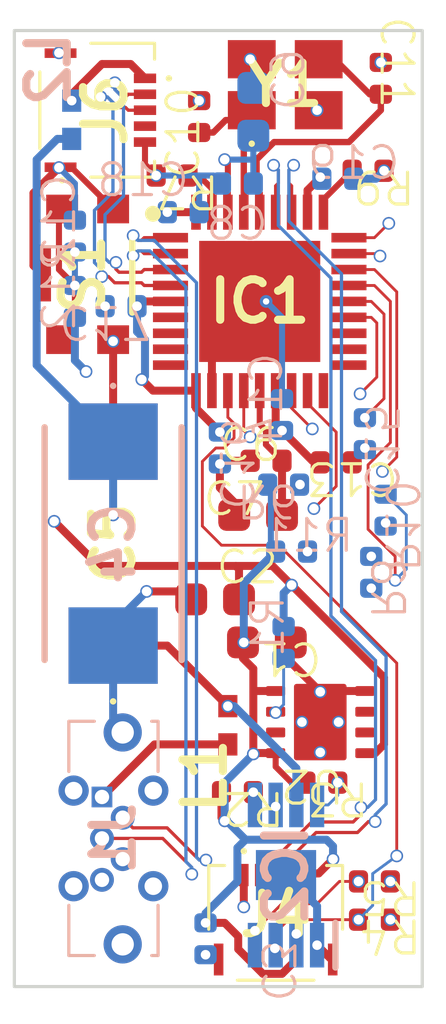
<source format=kicad_pcb>
(kicad_pcb (version 20221018) (generator pcbnew)
  (layers (0 "F.Cu" signal) (1 "In1.Cu" signal) (2 "In2.Cu" signal) (31 "B.Cu" signal) (34 "B.Paste" user) (35 "F.Paste" user) (36 "B.SilkS" user "B.Silkscreen") (37 "F.SilkS" user "F.Silkscreen") (38 "B.Mask" user) (39 "F.Mask" user) (44 "Edge.Cuts" user))
  (net 0 "")
  (net 1 "GND")
  (net 2 "VBUS")
  (net 3 "+3V3")
  (net 4 "/VBUS_OUT2")
  (net 5 "/VBUS_OUT1")
  (net 6 "Net-(IC1-CRFILT)")
  (net 7 "Net-(IC1-PLLFILT)")
  (net 8 "/XTAL_1")
  (net 9 "/XTAL_2")
  (net 10 "/~{HUB_RESET}")
  (net 11 "/VDD33")
  (net 12 "/VDDA33")
  (net 17 "/PRTPWR1")
  (net 18 "/~{FLT1}")
  (net 19 "/PRTPWR2")
  (net 20 "/~{FLT2}")
  (net 25 "Net-(IC1-SDA{slash}SMBDATA{slash}NON_REM1)")
  (net 26 "Net-(IC1-SCL{slash}SMBCLK{slash}CFG_SEL0)")
  (net 27 "Net-(IC1-HS_IND{slash}CFG_SEL1)")
  (net 28 "Net-(IC1-VBUS_DET)")
  (net 29 "Net-(IC1-SUSP_IND{slash}LOCAL_PWR{slash}NON_REM0)")
  (net 30 "/UP_DP")
  (net 31 "Net-(IC1-RBIAS)")
  (net 32 "Net-(U2-PG)")
  (net 37 "Net-(J1-VBUS)")
  (net 38 "Net-(J6-Pad1)")
  (net 40 "/USB1_DN")
  (net 41 "/USB1_DP")
  (net 42 "/USB2_DN")
  (net 43 "/USB2_DP")
  (net 44 "/UP_DN")
  (footprint "the_backrooms:0603_cap" (layer "F.Cu") (at 56.275 63.2 180)
    (fp_text reference "C1")
    (fp_text value "1uF")
  )
  (footprint "the_backrooms:0402_cap" (layer "F.Cu") (at 55 57.5)
    (fp_text reference "C6")
    (fp_text value "0.01uF")
  )
  (footprint "the_backrooms:0402_res" (layer "F.Cu") (at 59.4 71.9 180)
    (fp_text reference "R4")
    (fp_text value "10k")
  )
  (footprint "the_backrooms:0402_cap" (layer "F.Cu") (at 58.2 57.55 180)
    (fp_text reference "C13")
    (fp_text value "4.7uF")
  )
  (footprint "SamacSys_Parts:FL2400022" (layer "F.Cu") (at 56.1 45.7)
    (fp_text reference "Y1")
    (fp_text value "FL2400022" hide)
  )
  (footprint "SamacSys_Parts:0402" (layer "F.Cu") (at 54.3 65.8 90)
    (fp_text reference "L1")
    (fp_text value "7427927310" hide)
  )
  (footprint "the_backrooms:0402_res" (layer "F.Cu") (at 57.75 67.6 180)
    (fp_text reference "R3")
    (fp_text value "10k")
  )
  (footprint "the_backrooms:0402_res" (layer "F.Cu") (at 59.4 70.7 180)
    (fp_text reference "R5")
    (fp_text value "10k")
  )
  (footprint "the_backrooms:0402_res" (layer "F.Cu") (at 55.1 67.9 180)
    (fp_text reference "R2")
    (fp_text value "10k")
  )
  (footprint "SamacSys_Parts:QFN50P600X600X100-37N-D" (layer "F.Cu") (at 55.3 52.5)
    (fp_text reference "IC1")
    (fp_text value "USB2512B_M2" hide)
  )
  (footprint "the_backrooms:TPS74633PQWDRBRQ1" (layer "F.Cu") (at 57.2 65.7 180)
    (fp_text reference "U2")
    (fp_text value "~")
  )
  (footprint "SamacSys_Parts:5034800540" (layer "F.Cu") (at 50.2 46.5 -90)
    (fp_text reference "J6")
    (fp_text value "503480-0540" hide)
  )
  (footprint "the_backrooms:0603_cap" (layer "F.Cu") (at 53.15 61.85)
    (fp_text reference "C2")
    (fp_text value "1uF")
  )
  (footprint "SamacSys_Parts:5034800540" (layer "F.Cu") (at 55.8 72)
    (fp_text reference "J4")
    (fp_text value "503480-0540" hide)
  )
  (footprint "the_backrooms:0402_cap" (layer "F.Cu") (at 59.1 45 -90)
    (fp_text reference "C11")
    (fp_text value "15pF")
  )
  (footprint "the_backrooms:0402_res" (layer "F.Cu") (at 59.2 48.4 180)
    (fp_text reference "R9")
    (fp_text value "100k")
  )
  (footprint "the_backrooms:0402_res" (layer "F.Cu") (at 53.05 48.55 180)
    (fp_text reference "R7")
    (fp_text value "12k")
  )
  (footprint "the_backrooms:0603_cap" (layer "F.Cu") (at 54.5 59.2)
    (fp_text reference "C7")
    (fp_text value "0.1uF")
  )
  (footprint "SamacSys_Parts:435441019830" (layer "F.Cu") (at 49.9 51.65 90)
    (fp_text reference "S1")
    (fp_text value "435441019830" hide)
  )
  (footprint "SamacSys_Parts:EEFKX0G181RF" (layer "F.Cu") (at 50.7 60.1 -90)
    (fp_text reference "C5")
    (fp_text value "EEF-KX0J151RF" hide)
  )
  (footprint "the_backrooms:0402_cap" (layer "F.Cu") (at 53.4 47.2 90)
    (fp_text reference "C10")
    (fp_text value "15pF")
  )
  (footprint "the_backrooms:0402_cap" (layer "B.Cu") (at 49.5 49.95 -90)
    (fp_text reference "C12")
    (fp_text value "0.1uF")
  )
  (footprint "the_backrooms:0402_res" (layer "B.Cu") (at 56.05 62.7 -90)
    (fp_text reference "R1")
    (fp_text value "10k")
  )
  (footprint "the_backrooms:0402_cap" (layer "B.Cu") (at 58.25 48.65 180)
    (fp_text reference "C19")
    (fp_text value "0.1uF")
  )
  (footprint "SamacSys_Parts:SOP65P490X110-9N" (layer "B.Cu") (at 56.125 70.5 90)
    (fp_text reference "IC2")
    (fp_text value "TPS2066CDGNR-2" hide)
  )
  (footprint "SamacSys_Parts:USB315030130A" (layer "B.Cu") (at 50.35 68.05 -90)
    (fp_text reference "J1")
    (fp_text value "USB3150-30-130-A" hide)
  )
  (footprint "the_backrooms:0402_cap" (layer "B.Cu") (at 54.05 57.6 90)
    (fp_text reference "C16")
    (fp_text value "0.1uF")
  )
  (footprint "the_backrooms:0402_res" (layer "B.Cu") (at 56.8 60.35 180)
    (fp_text reference "R11")
    (fp_text value "10k")
  )
  (footprint "the_backrooms:0603_cap" (layer "B.Cu") (at 55.1 47.3 90)
    (fp_text reference "C9")
    (fp_text value "0.1uF")
  )
  (footprint "the_backrooms:0402_cap" (layer "B.Cu") (at 55.1 48.8 180)
    (fp_text reference "C8")
    (fp_text value "0.01uF")
  )
  (footprint "the_backrooms:0402_cap" (layer "B.Cu") (at 50.45 52.65)
    (fp_text reference "C17")
    (fp_text value "0.1uF")
  )
  (footprint "the_backrooms:0402_res" (layer "B.Cu") (at 49.5 52 -90)
    (fp_text reference "R12")
    (fp_text value "100k")
  )
  (footprint "the_backrooms:0402_res" (layer "B.Cu") (at 59.25 59.55 90)
    (fp_text reference "R10")
    (fp_text value "100k")
  )
  (footprint "the_backrooms:0402_cap" (layer "B.Cu") (at 53.4 49.7 180)
    (fp_text reference "C18")
    (fp_text value "0.1uF")
  )
  (footprint "SamacSys_Parts:EEFKX0G181RF" (layer "B.Cu") (at 50.7 60.1 90)
    (fp_text reference "C4")
    (fp_text value "EEF-KX0J151RF" hide)
  )
  (footprint "the_backrooms:0402_res" (layer "B.Cu") (at 58.8 61.5 90)
    (fp_text reference "R8")
    (fp_text value "100k")
  )
  (footprint "SamacSys_Parts:0402" (layer "B.Cu") (at 49.4 46.8 -90)
    (fp_text reference "L2")
    (fp_text value "7427927310" hide)
  )
  (footprint "the_backrooms:0402_cap" (layer "B.Cu") (at 53.6 73 90)
    (fp_text reference "C3")
    (fp_text value "0.1uF")
  )
  (footprint "the_backrooms:0402_cap" (layer "B.Cu") (at 56 55.55 -90)
    (fp_text reference "C14")
    (fp_text value "0.1uF")
  )
  (footprint "the_backrooms:0402_cap" (layer "B.Cu") (at 58.6 57.15 90)
    (fp_text reference "C15")
    (fp_text value "0.1uF")
  )
  (footprint "the_backrooms:0402_res" (layer "B.Cu") (at 55.55 58.25)
    (fp_text reference "R6")
    (fp_text value "5k")
  )
  (gr_rect (start 47.6 44) (end 60.4 74) (stroke (width 0.1)) (fill none) (layer "Edge.Cuts"))
  (segment (start 51.7 48.2) (end 52.05 48.55) (width 0.189992) (layer "F.Cu") (net 1))
  (segment (start 49.39 48.29) (end 49.05 48.29) (width 0.189992) (layer "F.Cu") (net 1))
  (segment (start 56.275 63.825) (end 57.2 64.75) (width 0.25) (layer "F.Cu") (net 1))
  (segment (start 54.5 58.8) (end 54.05 58.35) (width 0.25) (layer "F.Cu") (net 1))
  (segment (start 52.9 61.6) (end 53.15 61.85) (width 0.25) (layer "F.Cu") (net 1))
  (segment (start 55.5 52.5) (end 55.3 52.5) (width 0.25) (layer "F.Cu") (net 1))
  (segment (start 53.8 54) (end 55.5 52.5) (width 0.25) (layer "F.Cu") (net 1))
  (segment (start 53.91 73) (end 54.01 73.1) (width 0.25) (layer "F.Cu") (net 1))
  (segment (start 50.7 56.9) (end 50.7 53.7) (width 0.25) (layer "F.Cu") (net 1))
  (segment (start 50.7 49.6) (end 49.39 48.29) (width 0.189992) (layer "F.Cu") (net 1))
  (segment (start 55 57.5) (end 54.15 57.5) (width 0.25) (layer "F.Cu") (net 1))
  (segment (start 53.8 55.3) (end 53.8 54) (width 0.25) (layer "F.Cu") (net 1))
  (segment (start 54.5 59.2) (end 54.5 58.8) (width 0.25) (layer "F.Cu") (net 1))
  (segment (start 51.7 47.5) (end 51.7 48.2) (width 0.189992) (layer "F.Cu") (net 1))
  (segment (start 53.6 73) (end 53.91 73) (width 0.25) (layer "F.Cu") (net 1))
  (segment (start 48.2 49.1) (end 49 48.3) (width 0.25) (layer "F.Cu") (net 1))
  (segment (start 54.15 57.5) (end 54.05 57.6) (width 0.25) (layer "F.Cu") (net 1))
  (segment (start 57.225 64.725) (end 57.2 64.75) (width 0.25) (layer "F.Cu") (net 1))
  (segment (start 58.6 64.725) (end 57.225 64.725) (width 0.25) (layer "F.Cu") (net 1))
  (segment (start 48.475 51.65) (end 48.2 51.375) (width 0.25) (layer "F.Cu") (net 1))
  (segment (start 48.2 51.375) (end 48.2 49.1) (width 0.25) (layer "F.Cu") (net 1))
  (segment (start 56.275 63.2) (end 56.275 63.825) (width 0.25) (layer "F.Cu") (net 1))
  (segment (start 54.05 58.35) (end 54.05 57.6) (width 0.25) (layer "F.Cu") (net 1))
  (segment (start 54.8 70.45) (end 54.8 71.5) (width 0.25) (layer "F.Cu") (net 1))
  (segment (start 51.75 61.6) (end 52.9 61.6) (width 0.25) (layer "F.Cu") (net 1))
  (segment (start 57.59 73.1) (end 57.5 73.1) (width 0.25) (layer "F.Cu") (net 1))
  (segment (start 57.5 73.1) (end 57.1 72.7) (width 0.25) (layer "F.Cu") (net 1))
  (via (at 51.75 61.6) (size 0.4) (drill 0.3) (layers "F.Cu" "B.Cu") (net 1))
  (via (at 58.8 61.5) (size 0.4) (drill 0.3) (layers "F.Cu" "B.Cu") (net 1))
  (via (at 55.5 52.5) (size 0.4) (drill 0.2) (layers "F.Cu" "B.Cu") (net 1))
  (via (at 54.05 57.6) (size 0.4) (drill 0.3) (layers "F.Cu" "B.Cu") (net 1))
  (via (at 50.45 52.65) (size 0.4) (drill 0.3) (layers "F.Cu" "B.Cu") (net 1))
  (via (at 59.4 70.7) (size 0.4) (drill 0.3) (layers "F.Cu" "B.Cu") (net 1))
  (via (at 57.1 46.5) (size 0.4) (drill 0.3) (layers "F.Cu" "B.Cu") (net 1))
  (via (at 53.6 73) (size 0.4) (drill 0.3) (layers "F.Cu" "B.Cu") (net 1))
  (via (at 50.7 53.75) (size 0.4) (drill 0.3) (layers "F.Cu" "B.Cu") (net 1))
  (via (at 52.05 48.55) (size 0.4) (drill 0.3) (layers "F.Cu" "B.Cu") (net 1))
  (via (at 59.4 71.9) (size 0.4) (drill 0.3) (layers "F.Cu" "B.Cu") (net 1))
  (via (at 55 44.9) (size 0.4) (drill 0.3) (layers "F.Cu" "B.Cu") (net 1))
  (via (at 53.4 46.2) (size 0.4) (drill 0.3) (layers "F.Cu" "B.Cu") (net 1))
  (via (at 58.6 57.1) (size 0.4) (drill 0.3) (layers "F.Cu" "B.Cu") (net 1))
  (via (at 49 48.3) (size 0.4) (drill 0.3) (layers "F.Cu" "B.Cu") (net 1))
  (via (at 54.8 71.5) (size 0.4) (drill 0.3) (layers "F.Cu" "B.Cu") (net 1))
  (via (at 59.25 59.45) (size 0.4) (drill 0.3) (layers "F.Cu" "B.Cu") (net 1))
  (via (at 57.1 72.7) (size 0.4) (drill 0.3) (layers "F.Cu" "B.Cu") (net 1))
  (via (at 49 44.7) (size 0.4) (drill 0.3) (layers "F.Cu" "B.Cu") (net 1))
  (via (at 59.1 45) (size 0.4) (drill 0.3) (layers "F.Cu" "B.Cu") (net 1))
  (via (at 59.2 48.4) (size 0.4) (drill 0.3) (layers "F.Cu" "B.Cu") (net 1))
  (segment (start 56 53) (end 55.5 52.5) (width 0.189992) (layer "B.Cu") (net 1))
  (segment (start 50.7 63.3) (end 50.7 65.725) (width 0.25) (layer "B.Cu") (net 1))
  (segment (start 52.05 48.55) (end 53.4 48.55) (width 0.189992) (layer "B.Cu") (net 1))
  (segment (start 58.25 48.65) (end 58.95 48.65) (width 0.25) (layer "B.Cu") (net 1))
  (segment (start 56.125 70.5) (end 57.1 71.475) (width 0.25) (layer "B.Cu") (net 1))
  (segment (start 53.4 48.55) (end 53.4 49.7) (width 0.189992) (layer "B.Cu") (net 1))
  (segment (start 58.95 48.65) (end 59.2 48.4) (width 0.25) (layer "B.Cu") (net 1))
  (segment (start 49.5 49.95) (end 49.5 48.8) (width 0.189992) (layer "B.Cu") (net 1))
  (segment (start 50.7 62.65) (end 51.75 61.6) (width 0.25) (layer "B.Cu") (net 1))
  (segment (start 55.1 45) (end 55 44.9) (width 0.189992) (layer "B.Cu") (net 1))
  (segment (start 50.7 63.3) (end 50.7 62.65) (width 0.25) (layer "B.Cu") (net 1))
  (segment (start 55.1 45.8) (end 55.1 45) (width 0.189992) (layer "B.Cu") (net 1))
  (segment (start 50.7 65.725) (end 51 66.025) (width 0.25) (layer "B.Cu") (net 1))
  (segment (start 56 55.55) (end 56 53) (width 0.189992) (layer "B.Cu") (net 1))
  (segment (start 53.4 48.55) (end 53.85 48.55) (width 0.189992) (layer "B.Cu") (net 1))
  (segment (start 53.85 48.55) (end 54.1 48.8) (width 0.189992) (layer "B.Cu") (net 1))
  (segment (start 57.1 71.475) (end 57.1 72.7) (width 0.25) (layer "B.Cu") (net 1))
  (segment (start 49.5 48.8) (end 49 48.3) (width 0.189992) (layer "B.Cu") (net 1))
  (segment (start 55.4 73.6) (end 54.625744 72.825744) (width 0.25) (layer "F.Cu") (net 2))
  (segment (start 55.1 64.75) (end 55.1 64.025) (width 0.25) (layer "F.Cu") (net 2))
  (segment (start 54.1 67.9) (end 54.1 68.7) (width 0.25) (layer "F.Cu") (net 2))
  (segment (start 55.8 66.675) (end 55.8 67.1) (width 0.189992) (layer "F.Cu") (net 2))
  (segment (start 55.12851 66.67149) (end 55.79649 66.67149) (width 0.25) (layer "F.Cu") (net 2))
  (segment (start 54.775 63.7) (end 55.0875 64.0125) (width 0.25) (layer "F.Cu") (net 2))
  (segment (start 57.15 70.45) (end 57.6 70) (width 0.25) (layer "F.Cu") (net 2))
  (segment (start 56.448538 72.34445) (end 56.448538 73.151462) (width 0.25) (layer "F.Cu") (net 2))
  (segment (start 54.1 68.7) (end 54.2 68.8) (width 0.25) (layer "F.Cu") (net 2))
  (segment (start 54.775 63.2) (end 54.8 63.2) (width 0.25) (layer "F.Cu") (net 2))
  (segment (start 55.8 64.725) (end 55.125 64.725) (width 0.25) (layer "F.Cu") (net 2))
  (segment (start 54.625744 72.425744) (end 54.2 72) (width 0.25) (layer "F.Cu") (net 2))
  (segment (start 54.625744 72.825744) (end 54.625744 72.425744) (width 0.25) (layer "F.Cu") (net 2))
  (segment (start 56.8 70.45) (end 57.15 70.45) (width 0.25) (layer "F.Cu") (net 2))
  (segment (start 55.79649 66.67149) (end 55.8 66.675) (width 0.25) (layer "F.Cu") (net 2))
  (segment (start 55.1 64.025) (end 55.0875 64.0125) (width 0.25) (layer "F.Cu") (net 2))
  (segment (start 55.1 66.7) (end 55.12851 66.67149) (width 0.25) (layer "F.Cu") (net 2))
  (segment (start 56 73.6) (end 55.4 73.6) (width 0.25) (layer "F.Cu") (net 2))
  (segment (start 56.3 67.6) (end 56.75 67.6) (width 0.189992) (layer "F.Cu") (net 2))
  (segment (start 55.125 64.725) (end 55.1 64.75) (width 0.25) (layer "F.Cu") (net 2))
  (segment (start 55.8 67.1) (end 56.3 67.6) (width 0.189992) (layer "F.Cu") (net 2))
  (segment (start 55.1 66.7) (end 55.1 64.75) (width 0.25) (layer "F.Cu") (net 2))
  (segment (start 54.2 72) (end 53.6 72) (width 0.25) (layer "F.Cu") (net 2))
  (segment (start 54.8 63.2) (end 54.775 63.7) (width 0.25) (layer "F.Cu") (net 2))
  (segment (start 56.448538 73.151462) (end 56 73.6) (width 0.25) (layer "F.Cu") (net 2))
  (via (at 54.8 63.2) (size 0.4) (drill 0.3) (layers "F.Cu" "B.Cu") (net 2))
  (via (at 54.2 68.8) (size 0.4) (drill 0.3) (layers "F.Cu" "B.Cu") (net 2))
  (via (at 56.448538 72.34445) (size 0.4) (drill 0.3) (layers "F.Cu" "B.Cu") (net 2))
  (via (at 53.6 72) (size 0.4) (drill 0.3) (layers "F.Cu" "B.Cu") (net 2))
  (via (at 57.6 70) (size 0.4) (drill 0.3) (layers "F.Cu" "B.Cu") (net 2))
  (via (at 55.1 66.7) (size 0.4) (drill 0.3) (layers "F.Cu" "B.Cu") (net 2))
  (segment (start 55.55 58.25) (end 55.65 58.35) (width 0.189992) (layer "B.Cu") (net 2))
  (segment (start 54.6 69.645) (end 54.6 70.700001) (width 0.25) (layer "B.Cu") (net 2))
  (segment (start 54.6 70.700001) (end 53.6 71.700001) (width 0.25) (layer "B.Cu") (net 2))
  (segment (start 55.1 66.7) (end 54.2 67.6) (width 0.25) (layer "B.Cu") (net 2))
  (segment (start 57.395 69.39) (end 54.855 69.39) (width 0.25) (layer "B.Cu") (net 2))
  (segment (start 53.6 71.700001) (end 53.6 72) (width 0.25) (layer "B.Cu") (net 2))
  (segment (start 54.8 61.35) (end 55.8 60.35) (width 0.25) (layer "B.Cu") (net 2))
  (segment (start 55.65 58.35) (end 55.65 60.2) (width 0.189992) (layer "B.Cu") (net 2))
  (segment (start 54.855 69.39) (end 54.265 68.8) (width 0.25) (layer "B.Cu") (net 2))
  (segment (start 57.6 70) (end 57.6 69.595) (width 0.25) (layer "B.Cu") (net 2))
  (segment (start 54.265 68.8) (end 54.2 68.8) (width 0.25) (layer "B.Cu") (net 2))
  (segment (start 54.2 67.6) (end 54.2 68.8) (width 0.25) (layer "B.Cu") (net 2))
  (segment (start 57.6 69.595) (end 57.395 69.39) (width 0.25) (layer "B.Cu") (net 2))
  (segment (start 54.855 69.39) (end 54.6 69.645) (width 0.25) (layer "B.Cu") (net 2))
  (segment (start 54.8 63.2) (end 54.8 61.35) (width 0.25) (layer "B.Cu") (net 2))
  (segment (start 55.65 60.2) (end 55.8 60.35) (width 0.189992) (layer "B.Cu") (net 2))
  (segment (start 59.2 64.3) (end 56.3 61.4) (width 0.25) (layer "F.Cu") (net 3))
  (segment (start 54.65 60.9) (end 54.65 61.85) (width 0.25) (layer "F.Cu") (net 3))
  (segment (start 59.2 66.4) (end 59.2 64.3) (width 0.25) (layer "F.Cu") (net 3))
  (segment (start 54.55 60.8) (end 54.65 60.9) (width 0.25) (layer "F.Cu") (net 3))
  (segment (start 58.6 66.675) (end 58.925 66.675) (width 0.25) (layer "F.Cu") (net 3))
  (segment (start 50.25 60.8) (end 48.85 59.4) (width 0.25) (layer "F.Cu") (net 3))
  (segment (start 54.55 60.8) (end 50.25 60.8) (width 0.25) (layer "F.Cu") (net 3))
  (segment (start 56.3 61.4) (end 55.7 60.8) (width 0.25) (layer "F.Cu") (net 3))
  (segment (start 55.7 60.8) (end 54.55 60.8) (width 0.25) (layer "F.Cu") (net 3))
  (segment (start 58.925 66.675) (end 59.2 66.4) (width 0.25) (layer "F.Cu") (net 3))
  (via (at 56.3 61.4) (size 0.4) (drill 0.3) (layers "F.Cu" "B.Cu") (net 3))
  (via (at 49.85 54.7) (size 0.4) (drill 0.3) (layers "F.Cu" "B.Cu") (net 3))
  (via (at 48.85 59.4) (size 0.4) (drill 0.3) (layers "F.Cu" "B.Cu") (net 3))
  (segment (start 56.05 61.65) (end 56.3 61.4) (width 0.25) (layer "B.Cu") (net 3))
  (segment (start 49.5 53) (end 49.5 54.35) (width 0.25) (layer "B.Cu") (net 3))
  (segment (start 56.05 62.7) (end 56.05 61.65) (width 0.25) (layer "B.Cu") (net 3))
  (segment (start 49.5 54.35) (end 49.85 54.7) (width 0.25) (layer "B.Cu") (net 3))
  (via (at 50.7 59.2) (size 0.4) (drill 0.3) (layers "F.Cu" "B.Cu") (net 4))
  (via (at 55.8 68.35) (size 0.4) (drill 0.3) (layers "F.Cu" "B.Cu") (net 4))
  (segment (start 48.3 48.05) (end 48.95 47.4) (width 0.25) (layer "B.Cu") (net 4))
  (segment (start 50.7 56.9) (end 48.3 54.5) (width 0.25) (layer "B.Cu") (net 4))
  (segment (start 50.7 56.9) (end 50.7 59.2) (width 0.25) (layer "B.Cu") (net 4))
  (segment (start 48.95 47.4) (end 49.4 47.4) (width 0.25) (layer "B.Cu") (net 4))
  (segment (start 48.3 54.5) (end 48.3 48.05) (width 0.25) (layer "B.Cu") (net 4))
  (segment (start 54.3 65.2) (end 52.4 63.3) (width 0.25) (layer "F.Cu") (net 5))
  (segment (start 52.4 63.3) (end 50.7 63.3) (width 0.25) (layer "F.Cu") (net 5))
  (via (at 54.3 65.2) (size 0.4) (drill 0.3) (layers "F.Cu" "B.Cu") (net 5))
  (segment (start 54.5 65.2) (end 56.45 67.15) (width 0.25) (layer "B.Cu") (net 5))
  (segment (start 54.3 65.2) (end 54.5 65.2) (width 0.25) (layer "B.Cu") (net 5))
  (segment (start 56.45 67.15) (end 56.45 68.3) (width 0.25) (layer "B.Cu") (net 5))
  (segment (start 56 59.2) (end 56 57.5) (width 0.25) (layer "F.Cu") (net 6))
  (segment (start 55.494996 56.994996) (end 56 57.5) (width 0.189992) (layer "F.Cu") (net 6))
  (segment (start 55.3 55.3) (end 55.3 56.349969) (width 0.189992) (layer "F.Cu") (net 6))
  (segment (start 55.494996 56.544965) (end 55.494996 56.994996) (width 0.189992) (layer "F.Cu") (net 6))
  (segment (start 55.3 56.349969) (end 55.494996 56.544965) (width 0.189992) (layer "F.Cu") (net 6))
  (segment (start 54.3 49.7) (end 54.3 48.15) (width 0.189992) (layer "F.Cu") (net 7))
  (segment (start 54.3 48.15) (end 54.2 48.05) (width 0.189992) (layer "F.Cu") (net 7))
  (via (at 54.2 48.05) (size 0.4) (drill 0.3) (layers "F.Cu" "B.Cu") (net 7))
  (segment (start 54.2 48.05) (end 55.1 48.05) (width 0.189992) (layer "B.Cu") (net 7))
  (segment (start 55.1 47.45) (end 55.05 47.4) (width 0.189992) (layer "B.Cu") (net 7))
  (segment (start 55.1 48.8) (end 55.1 48.05) (width 0.189992) (layer "B.Cu") (net 7))
  (segment (start 55.1 48.05) (end 55.1 47.3) (width 0.189992) (layer "B.Cu") (net 7))
  (segment (start 53.4 47.2) (end 53.842526 47.2) (width 0.2) (layer "F.Cu") (net 8))
  (segment (start 54.232887 46.809639) (end 54.740361 46.809639) (width 0.2) (layer "F.Cu") (net 8))
  (segment (start 54.8 46.75) (end 54.8 49.7) (width 0.2) (layer "F.Cu") (net 8))
  (segment (start 53.842526 47.2) (end 54.232887 46.809639) (width 0.2) (layer "F.Cu") (net 8))
  (segment (start 54.740361 46.809639) (end 55.05 46.5) (width 0.2) (layer "F.Cu") (net 8))
  (segment (start 55.05 46.5) (end 54.8 46.75) (width 0.2) (layer "F.Cu") (net 8))
  (segment (start 57.15 44.9) (end 57.650001 44.9) (width 0.2) (layer "F.Cu") (net 9))
  (segment (start 55.2 48.05) (end 55.75 47.5) (width 0.2) (layer "F.Cu") (net 9))
  (segment (start 55.3 49.7) (end 55.3 49.1) (width 0.2) (layer "F.Cu") (net 9))
  (segment (start 59.1 46.5) (end 59.1 46) (width 0.2) (layer "F.Cu") (net 9))
  (segment (start 55.2 49) (end 55.2 48.05) (width 0.2) (layer "F.Cu") (net 9))
  (segment (start 58.1 47.5) (end 59.1 46.5) (width 0.2) (layer "F.Cu") (net 9))
  (segment (start 55.3 49.1) (end 55.2 49) (width 0.2) (layer "F.Cu") (net 9))
  (segment (start 57.650001 44.9) (end 58.750001 46) (width 0.2) (layer "F.Cu") (net 9))
  (segment (start 58.750001 46) (end 59.1 46) (width 0.2) (layer "F.Cu") (net 9))
  (segment (start 55.75 47.5) (end 58.1 47.5) (width 0.2) (layer "F.Cu") (net 9))
  (segment (start 49 51.5) (end 49 49.7) (width 0.189992) (layer "F.Cu") (net 10))
  (segment (start 49.5 52) (end 49 51.5) (width 0.189992) (layer "F.Cu") (net 10))
  (segment (start 49.5 52) (end 49.5 53.3) (width 0.189992) (layer "F.Cu") (net 10))
  (segment (start 49 49.7) (end 49.1 49.6) (width 0.189992) (layer "F.Cu") (net 10))
  (segment (start 59 51) (end 59.075 51.075) (width 0.0889) (layer "F.Cu") (net 10))
  (segment (start 49.5 53.3) (end 49.1 53.7) (width 0.189992) (layer "F.Cu") (net 10))
  (segment (start 58.1 51) (end 59 51) (width 0.0889) (layer "F.Cu") (net 10))
  (via (at 49.5 50.95) (size 0.4) (drill 0.3) (layers "F.Cu" "B.Cu") (net 10))
  (via (at 49.5 52) (size 0.4) (drill 0.3) (layers "F.Cu" "B.Cu") (net 10))
  (via (at 59.075 51.075) (size 0.4) (drill 0.3) (layers "F.Cu" "B.Cu") (net 10))
  (segment (start 49.5 52) (end 49.5 50.95) (width 0.189992) (layer "B.Cu") (net 10))
  (segment (start 58.8 52.5) (end 58.1 52.5) (width 0.0889) (layer "F.Cu") (net 11))
  (segment (start 58.6 56.15) (end 59.2 55.55) (width 0.0889) (layer "F.Cu") (net 11))
  (segment (start 55.8 55.3) (end 55.8 56.35) (width 0.25) (layer "F.Cu") (net 11))
  (segment (start 59.2 52.9) (end 58.8 52.5) (width 0.0889) (layer "F.Cu") (net 11))
  (segment (start 55.8 56.35) (end 56 56.55) (width 0.25) (layer "F.Cu") (net 11))
  (segment (start 57.1 57.5) (end 56.95 57.5) (width 0.25) (layer "F.Cu") (net 11))
  (segment (start 59.2 55.55) (end 59.2 52.9) (width 0.0889) (layer "F.Cu") (net 11))
  (segment (start 56.95 57.5) (end 56 56.55) (width 0.25) (layer "F.Cu") (net 11))
  (via (at 56 56.55) (size 0.4) (drill 0.3) (layers "F.Cu" "B.Cu") (net 11))
  (via (at 58.6 56.15) (size 0.4) (drill 0.3) (layers "F.Cu" "B.Cu") (net 11))
  (segment (start 53.3 55.85) (end 54.05 56.6) (width 0.25) (layer "F.Cu") (net 12))
  (segment (start 51.45 52.65) (end 51.6 52.5) (width 0.25) (layer "F.Cu") (net 12))
  (segment (start 56.8 49.7) (end 56.8 49.010012) (width 0.25) (layer "F.Cu") (net 12))
  (segment (start 51.95 55.3) (end 51.6 54.95) (width 0.25) (layer "F.Cu") (net 12))
  (segment (start 52.4 49.7) (end 53.3 49.7) (width 0.25) (layer "F.Cu") (net 12))
  (segment (start 57.2 48.610012) (end 57.2 48.6) (width 0.25) (layer "F.Cu") (net 12))
  (segment (start 56.8 49.010012) (end 57.2 48.610012) (width 0.25) (layer "F.Cu") (net 12))
  (segment (start 51.6 52.5) (end 52.5 52.5) (width 0.25) (layer "F.Cu") (net 12))
  (segment (start 53.3 55.3) (end 51.95 55.3) (width 0.25) (layer "F.Cu") (net 12))
  (segment (start 53.3 55.3) (end 53.3 55.85) (width 0.25) (layer "F.Cu") (net 12))
  (via (at 51.45 52.65) (size 0.4) (drill 0.3) (layers "F.Cu" "B.Cu") (net 12))
  (via (at 51.6 54.95) (size 0.4) (drill 0.3) (layers "F.Cu" "B.Cu") (net 12))
  (via (at 52.4 49.7) (size 0.4) (drill 0.3) (layers "F.Cu" "B.Cu") (net 12))
  (via (at 57.2 48.6) (size 0.4) (drill 0.3) (layers "F.Cu" "B.Cu") (net 12))
  (via (at 54.05 56.6) (size 0.4) (drill 0.3) (layers "F.Cu" "B.Cu") (net 12))
  (segment (start 51.45 53.45) (end 51.7 53.7) (width 0.25) (layer "B.Cu") (net 12))
  (segment (start 51.45 52.65) (end 51.45 53.45) (width 0.25) (layer "B.Cu") (net 12))
  (segment (start 51.7 53.7) (end 51.7 54.85) (width 0.25) (layer "B.Cu") (net 12))
  (segment (start 51.7 54.85) (end 51.6 54.95) (width 0.25) (layer "B.Cu") (net 12))
  (segment (start 53.5 57.521452) (end 53.5 59.55) (width 0.0889) (layer "F.Cu") (net 17))
  (segment (start 55.775002 72.8) (end 55.775002 72.324998) (width 0.0889) (layer "F.Cu") (net 17))
  (segment (start 54.3 56.135726) (end 54.49445 56.330176) (width 0.0889) (layer "F.Cu") (net 17))
  (segment (start 54.3 55.3) (end 54.3 56.135726) (width 0.0889) (layer "F.Cu") (net 17))
  (segment (start 53.921452 57.1) (end 53.5 57.521452) (width 0.0889) (layer "F.Cu") (net 17))
  (segment (start 54.178548 57.1) (end 53.921452 57.1) (width 0.0889) (layer "F.Cu") (net 17))
  (segment (start 56.2 71.9) (end 58.4 71.9) (width 0.0889) (layer "F.Cu") (net 17))
  (segment (start 59.6 63.85) (end 59.6 69.9) (width 0.0889) (layer "F.Cu") (net 17))
  (segment (start 54.1 60.15) (end 55.9 60.15) (width 0.0889) (layer "F.Cu") (net 17))
  (segment (start 53.5 59.55) (end 54.1 60.15) (width 0.0889) (layer "F.Cu") (net 17))
  (segment (start 55.775002 72.324998) (end 56.2 71.9) (width 0.0889) (layer "F.Cu") (net 17))
  (segment (start 55.9 60.15) (end 59.6 63.85) (width 0.0889) (layer "F.Cu") (net 17))
  (segment (start 54.49445 56.330176) (end 54.49445 56.784098) (width 0.0889) (layer "F.Cu") (net 17))
  (segment (start 54.49445 56.784098) (end 54.178548 57.1) (width 0.0889) (layer "F.Cu") (net 17))
  (via (at 59.6 69.9) (size 0.4) (drill 0.3) (layers "F.Cu" "B.Cu") (net 17))
  (via (at 55.775002 72.8) (size 0.4) (drill 0.3) (layers "F.Cu" "B.Cu") (net 17))
  (via (at 58.4 71.9) (size 0.4) (drill 0.3) (layers "F.Cu" "B.Cu") (net 17))
  (segment (start 58.4 71.9) (end 58.84445 71.45555) (width 0.0889) (layer "B.Cu") (net 17))
  (segment (start 58.84445 71.45555) (end 58.84445 70.45555) (width 0.0889) (layer "B.Cu") (net 17))
  (segment (start 58.84445 70.45555) (end 59.6 69.9) (width 0.0889) (layer "B.Cu") (net 17))
  (segment (start 54.8 56.55) (end 54.8 55.3) (width 0.0889) (layer "F.Cu") (net 18))
  (segment (start 55 56.75) (end 54.8 56.55) (width 0.0889) (layer "F.Cu") (net 18))
  (via (at 57.75 67.6) (size 0.4) (drill 0.3) (layers "F.Cu" "B.Cu") (net 18))
  (via (at 55 56.75) (size 0.4) (drill 0.3) (layers "F.Cu" "B.Cu") (net 18))
  (segment (start 57.75 68) (end 57.75 67.6) (width 0.0889) (layer "B.Cu") (net 18))
  (segment (start 57.45 68.3) (end 57.75 68) (width 0.0889) (layer "B.Cu") (net 18))
  (segment (start 57.1 68.3) (end 57.45 68.3) (width 0.0889) (layer "B.Cu") (net 18))
  (segment (start 57.801898 70.7) (end 58.4 70.7) (width 0.0889) (layer "F.Cu") (net 19))
  (segment (start 57.101898 71.4) (end 57.801898 70.7) (width 0.0889) (layer "F.Cu") (net 19))
  (segment (start 55.150744 72.244951) (end 55.995695 71.4) (width 0.0889) (layer "F.Cu") (net 19))
  (segment (start 56.3 55.85) (end 56.95 56.5) (width 0.0889) (layer "F.Cu") (net 19))
  (segment (start 56.3 55.3) (end 56.3 55.85) (width 0.0889) (layer "F.Cu") (net 19))
  (segment (start 55.995695 71.4) (end 57.101898 71.4) (width 0.0889) (layer "F.Cu") (net 19))
  (via (at 55.150744 72.244951) (size 0.4) (drill 0.3) (layers "F.Cu" "B.Cu") (net 19))
  (via (at 56.95 56.5) (size 0.4) (drill 0.3) (layers "F.Cu" "B.Cu") (net 19))
  (via (at 58.4 70.7) (size 0.4) (drill 0.3) (layers "F.Cu" "B.Cu") (net 19))
  (segment (start 56.8 55.7) (end 57.7 56.6) (width 0.0889) (layer "F.Cu") (net 20))
  (segment (start 56.8 55.3) (end 56.8 55.7) (width 0.0889) (layer "F.Cu") (net 20))
  (segment (start 57.7 58.3) (end 57 59) (width 0.0889) (layer "F.Cu") (net 20))
  (segment (start 57.7 56.6) (end 57.7 58.3) (width 0.0889) (layer "F.Cu") (net 20))
  (via (at 55.1 67.9) (size 0.4) (drill 0.3) (layers "F.Cu" "B.Cu") (net 20))
  (via (at 57 59) (size 0.4) (drill 0.3) (layers "F.Cu" "B.Cu") (net 20))
  (segment (start 58.9745 54.8755) (end 58.45 55.4) (width 0.0889) (layer "F.Cu") (net 25))
  (segment (start 58.8 53) (end 58.9745 53.1745) (width 0.0889) (layer "F.Cu") (net 25))
  (segment (start 58.1 53) (end 58.8 53) (width 0.0889) (layer "F.Cu") (net 25))
  (segment (start 58.9745 53.1745) (end 58.9745 54.5755) (width 0.0889) (layer "F.Cu") (net 25))
  (segment (start 58.9745 54.5755) (end 58.9745 54.8755) (width 0.0889) (layer "F.Cu") (net 25))
  (via (at 58.45 55.4) (size 0.4) (drill 0.3) (layers "F.Cu" "B.Cu") (net 25))
  (via (at 58.8 60.5) (size 0.4) (drill 0.3) (layers "F.Cu" "B.Cu") (net 25))
  (segment (start 59.4 56.928548) (end 58.7 57.628548) (width 0.0889) (layer "F.Cu") (net 26))
  (segment (start 58.7 57.628548) (end 58.7 59.65) (width 0.0889) (layer "F.Cu") (net 26))
  (segment (start 59.55 60.5) (end 59.55 61.25) (width 0.0889) (layer "F.Cu") (net 26))
  (segment (start 58.7 59.65) (end 59.55 60.5) (width 0.0889) (layer "F.Cu") (net 26))
  (segment (start 59.4 52.5) (end 59.4 56.928548) (width 0.0889) (layer "F.Cu") (net 26))
  (segment (start 58.1 52) (end 58.9 52) (width 0.0889) (layer "F.Cu") (net 26))
  (segment (start 58.9 52) (end 59.4 52.5) (width 0.0889) (layer "F.Cu") (net 26))
  (via (at 59.55 61.25) (size 0.4) (drill 0.3) (layers "F.Cu" "B.Cu") (net 26))
  (segment (start 59.9 59.2) (end 59.9 60.9) (width 0.0889) (layer "B.Cu") (net 26))
  (segment (start 59.9 60.9) (end 59.55 61.25) (width 0.0889) (layer "B.Cu") (net 26))
  (segment (start 59.25 58.55) (end 59.9 59.2) (width 0.0889) (layer "B.Cu") (net 26))
  (segment (start 58.9 51.5) (end 58.1 51.5) (width 0.0889) (layer "F.Cu") (net 27))
  (segment (start 59.6 52.2) (end 58.9 51.5) (width 0.0889) (layer "F.Cu") (net 27))
  (segment (start 59.6 57.385651) (end 59.6 52.2) (width 0.0889) (layer "F.Cu") (net 27))
  (segment (start 59.15049 57.835161) (end 59.6 57.385651) (width 0.0889) (layer "F.Cu") (net 27))
  (via (at 59.15049 57.835161) (size 0.4) (drill 0.3) (layers "F.Cu" "B.Cu") (net 27))
  (via (at 56.8 60.35) (size 0.4) (drill 0.3) (layers "F.Cu" "B.Cu") (net 27))
  (segment (start 58.1 50.5) (end 58.9 50.5) (width 0.0889) (layer "F.Cu") (net 28))
  (segment (start 58.9 50.5) (end 59.35 50.05) (width 0.0889) (layer "F.Cu") (net 28))
  (via (at 56.56384 58.245865) (size 0.4) (drill 0.3) (layers "F.Cu" "B.Cu") (net 28))
  (via (at 59.35 50.05) (size 0.4) (drill 0.3) (layers "F.Cu" "B.Cu") (net 28))
  (segment (start 57.3 49.3) (end 58.2 48.4) (width 0.189992) (layer "F.Cu") (net 29))
  (segment (start 57.3 49.7) (end 57.3 49.3) (width 0.189992) (layer "F.Cu") (net 29))
  (segment (start 55.884519 70.215481) (end 55.884519 69.881455) (width 0.102362) (layer "F.Cu") (net 30))
  (segment (start 55.884519 48.79048) (end 55.884519 48.374635) (width 0.102362) (layer "F.Cu") (net 30))
  (segment (start 55.8 70.5) (end 55.8 70.3) (width 0.102362) (layer "F.Cu") (net 30))
  (segment (start 55.884519 48.374635) (end 55.7357 48.225816) (width 0.102362) (layer "F.Cu") (net 30))
  (segment (start 55.8 49.7) (end 55.8 48.874999) (width 0.102362) (layer "F.Cu") (net 30))
  (segment (start 55.8 70.3) (end 55.884519 70.215481) (width 0.102362) (layer "F.Cu") (net 30))
  (segment (start 56.931455 68.834519) (end 58.231455 68.834519) (width 0.102362) (layer "F.Cu") (net 30))
  (segment (start 55.8 48.874999) (end 55.884519 48.79048) (width 0.102362) (layer "F.Cu") (net 30))
  (segment (start 58.231455 68.834519) (end 58.477756 68.588218) (width 0.102362) (layer "F.Cu") (net 30))
  (segment (start 55.884519 69.881455) (end 56.931455 68.834519) (width 0.102362) (layer "F.Cu") (net 30))
  (segment (start 58.477756 68.588218) (end 58.477756 68.377756) (width 0.102362) (layer "F.Cu") (net 30))
  (via (at 58.477756 68.377756) (size 0.4) (drill 0.3) (layers "F.Cu" "B.Cu") (net 30))
  (via (at 55.7357 48.225816) (size 0.4) (drill 0.3) (layers "F.Cu" "B.Cu") (net 30))
  (segment (start 55.884519 48.374635) (end 55.7357 48.225816) (width 0.102362) (layer "B.Cu") (net 30))
  (segment (start 58.477756 68.377756) (end 58.688218 68.377756) (width 0.102362) (layer "B.Cu") (net 30))
  (segment (start 58.934519 68.131455) (end 58.934519 63.768545) (width 0.102362) (layer "B.Cu") (net 30))
  (segment (start 58.934519 63.768545) (end 57.534519 62.368545) (width 0.102362) (layer "B.Cu") (net 30))
  (segment (start 57.534519 62.368545) (end 57.534519 51.768545) (width 0.102362) (layer "B.Cu") (net 30))
  (segment (start 58.688218 68.377756) (end 58.934519 68.131455) (width 0.102362) (layer "B.Cu") (net 30))
  (segment (start 55.884519 50.118545) (end 55.884519 48.374635) (width 0.102362) (layer "B.Cu") (net 30))
  (segment (start 57.534519 51.768545) (end 55.884519 50.118545) (width 0.102362) (layer "B.Cu") (net 30))
  (segment (start 53.8 49.7) (end 53.8 48.960008) (width 0.189992) (layer "F.Cu") (net 31))
  (segment (start 53.8 48.960008) (end 53.389992 48.55) (width 0.189992) (layer "F.Cu") (net 31))
  (segment (start 53.389992 48.55) (end 53.05 48.55) (width 0.189992) (layer "F.Cu") (net 31))
  (via (at 55.8 65.4) (size 0.4) (drill 0.3) (layers "F.Cu" "B.Cu") (net 32))
  (segment (start 55.8 65.4) (end 56.05 65.15) (width 0.0889) (layer "B.Cu") (net 32))
  (segment (start 56.05 65.15) (end 56.05 63.7) (width 0.0889) (layer "B.Cu") (net 32))
  (segment (start 52 66.4) (end 54.3 66.4) (width 0.25) (layer "F.Cu") (net 37))
  (segment (start 50.35 68.05) (end 52 66.4) (width 0.25) (layer "F.Cu") (net 37))
  (segment (start 51.25 45.05) (end 50.35 45.05) (width 0.25) (layer "F.Cu") (net 38))
  (segment (start 51.7 45.5) (end 51.25 45.05) (width 0.25) (layer "F.Cu") (net 38))
  (segment (start 50.35 45.05) (end 49.4 46) (width 0.25) (layer "F.Cu") (net 38))
  (segment (start 49.4 46) (end 49.4 46.2) (width 0.25) (layer "F.Cu") (net 38))
  (via (at 49.4 46.2) (size 0.4) (drill 0.3) (layers "F.Cu" "B.Cu") (net 38))
  (segment (start 51 68.7) (end 51.319038 69.019038) (width 0.102362) (layer "F.Cu") (net 40))
  (segment (start 53.401782 70.027756) (end 53.612244 70.027756) (width 0.102362) (layer "F.Cu") (net 40))
  (segment (start 52.393064 69.019038) (end 53.401782 70.027756) (width 0.102362) (layer "F.Cu") (net 40))
  (segment (start 51.674999 50.5) (end 51.59048 50.584519) (width 0.102362) (layer "F.Cu") (net 40))
  (segment (start 51.477756 50.584519) (end 51.328937 50.4357) (width 0.102362) (layer "F.Cu") (net 40))
  (segment (start 52.5 50.5) (end 51.674999 50.5) (width 0.102362) (layer "F.Cu") (net 40))
  (segment (start 51.59048 50.584519) (end 51.477756 50.584519) (width 0.102362) (layer "F.Cu") (net 40))
  (segment (start 51.319038 69.019038) (end 52.393064 69.019038) (width 0.102362) (layer "F.Cu") (net 40))
  (via (at 51.328937 50.4357) (size 0.4) (drill 0.3) (layers "F.Cu" "B.Cu") (net 40))
  (via (at 53.612244 70.027756) (size 0.4) (drill 0.3) (layers "F.Cu" "B.Cu") (net 40))
  (segment (start 53.401782 70.027756) (end 53.315481 69.941455) (width 0.102362) (layer "B.Cu") (net 40))
  (segment (start 53.612244 70.027756) (end 53.401782 70.027756) (width 0.102362) (layer "B.Cu") (net 40))
  (segment (start 51.477756 50.584519) (end 51.328937 50.4357) (width 0.102362) (layer "B.Cu") (net 40))
  (segment (start 53.315481 69.941455) (end 53.315481 51.911455) (width 0.102362) (layer "B.Cu") (net 40))
  (segment (start 51.988545 50.584519) (end 51.477756 50.584519) (width 0.102362) (layer "B.Cu") (net 40))
  (segment (start 53.315481 51.911455) (end 51.988545 50.584519) (width 0.102362) (layer "B.Cu") (net 40))
  (segment (start 53.167756 70.261782) (end 53.167756 70.472244) (width 0.102362) (layer "F.Cu") (net 41))
  (segment (start 52.255974 69.35) (end 53.167756 70.261782) (width 0.102362) (layer "F.Cu") (net 41))
  (segment (start 51.674999 51) (end 51.59048 50.915481) (width 0.102362) (layer "F.Cu") (net 41))
  (segment (start 51.477756 50.915481) (end 51.328937 51.0643) (width 0.102362) (layer "F.Cu") (net 41))
  (segment (start 52.5 51) (end 51.674999 51) (width 0.102362) (layer "F.Cu") (net 41))
  (segment (start 51.59048 50.915481) (end 51.477756 50.915481) (width 0.102362) (layer "F.Cu") (net 41))
  (segment (start 50.35 69.35) (end 52.255974 69.35) (width 0.102362) (layer "F.Cu") (net 41))
  (via (at 53.167756 70.472244) (size 0.4) (drill 0.3) (layers "F.Cu" "B.Cu") (net 41))
  (via (at 51.328937 51.0643) (size 0.4) (drill 0.3) (layers "F.Cu" "B.Cu") (net 41))
  (segment (start 51.851455 50.915481) (end 51.477756 50.915481) (width 0.102362) (layer "B.Cu") (net 41))
  (segment (start 52.984519 70.078545) (end 52.984519 52.048545) (width 0.102362) (layer "B.Cu") (net 41))
  (segment (start 53.167756 70.261782) (end 52.984519 70.078545) (width 0.102362) (layer "B.Cu") (net 41))
  (segment (start 53.167756 70.472244) (end 53.167756 70.261782) (width 0.102362) (layer "B.Cu") (net 41))
  (segment (start 51.477756 50.915481) (end 51.328937 51.0643) (width 0.102362) (layer "B.Cu") (net 41))
  (segment (start 52.984519 52.048545) (end 51.851455 50.915481) (width 0.102362) (layer "B.Cu") (net 41))
  (segment (start 51.174999 46) (end 51.09048 46.084519) (width 0.102362) (layer "F.Cu") (net 42))
  (segment (start 51.674999 51.5) (end 51.59048 51.584519) (width 0.102362) (layer "F.Cu") (net 42))
  (segment (start 50.88567 51.584519) (end 50.787068 51.485917) (width 0.102362) (layer "F.Cu") (net 42))
  (segment (start 51.7 46) (end 51.174999 46) (width 0.102362) (layer "F.Cu") (net 42))
  (segment (start 51.59048 51.584519) (end 50.88567 51.584519) (width 0.102362) (layer "F.Cu") (net 42))
  (segment (start 50.75306 45.849034) (end 50.75306 45.638572) (width 0.102362) (layer "F.Cu") (net 42))
  (segment (start 50.988545 46.084519) (end 50.75306 45.849034) (width 0.102362) (layer "F.Cu") (net 42))
  (segment (start 52.5 51.5) (end 51.674999 51.5) (width 0.102362) (layer "F.Cu") (net 42))
  (segment (start 50.787068 51.485917) (end 50.787068 51.275455) (width 0.102362) (layer "F.Cu") (net 42))
  (segment (start 51.09048 46.084519) (end 50.988545 46.084519) (width 0.102362) (layer "F.Cu") (net 42))
  (via (at 50.75306 45.638572) (size 0.4) (drill 0.3) (layers "F.Cu" "B.Cu") (net 42))
  (via (at 50.787068 51.275455) (size 0.4) (drill 0.3) (layers "F.Cu" "B.Cu") (net 42))
  (segment (start 50.787068 51.275455) (end 50.576606 51.275455) (width 0.102362) (layer "B.Cu") (net 42))
  (segment (start 50.75306 45.849034) (end 50.75306 45.638572) (width 0.102362) (layer "B.Cu") (net 42))
  (segment (start 51.025481 49.198545) (end 51.025481 46.121455) (width 0.102362) (layer "B.Cu") (net 42))
  (segment (start 50.576606 51.275455) (end 50.445481 51.14433) (width 0.102362) (layer "B.Cu") (net 42))
  (segment (start 50.445481 51.14433) (end 50.445481 49.778545) (width 0.102362) (layer "B.Cu") (net 42))
  (segment (start 51.025481 46.121455) (end 50.75306 45.849034) (width 0.102362) (layer "B.Cu") (net 42))
  (segment (start 50.445481 49.778545) (end 51.025481 49.198545) (width 0.102362) (layer "B.Cu") (net 42))
  (segment (start 50.851455 46.415481) (end 50.519034 46.08306) (width 0.102362) (layer "F.Cu") (net 43))
  (segment (start 51.7 46.5) (end 51.174999 46.5) (width 0.102362) (layer "F.Cu") (net 43))
  (segment (start 51.59048 51.915481) (end 50.74858 51.915481) (width 0.102362) (layer "F.Cu") (net 43))
  (segment (start 50.74858 51.915481) (end 50.553042 51.719943) (width 0.102362) (layer "F.Cu") (net 43))
  (segment (start 51.174999 46.5) (end 51.09048 46.415481) (width 0.102362) (layer "F.Cu") (net 43))
  (segment (start 50.553042 51.719943) (end 50.34258 51.719943) (width 0.102362) (layer "F.Cu") (net 43))
  (segment (start 50.519034 46.08306) (end 50.308572 46.08306) (width 0.102362) (layer "F.Cu") (net 43))
  (segment (start 51.674999 52) (end 51.59048 51.915481) (width 0.102362) (layer "F.Cu") (net 43))
  (segment (start 51.09048 46.415481) (end 50.851455 46.415481) (width 0.102362) (layer "F.Cu") (net 43))
  (segment (start 52.5 52) (end 51.674999 52) (width 0.102362) (layer "F.Cu") (net 43))
  (via (at 50.308572 46.08306) (size 0.4) (drill 0.3) (layers "F.Cu" "B.Cu") (net 43))
  (via (at 50.34258 51.719943) (size 0.4) (drill 0.3) (layers "F.Cu" "B.Cu") (net 43))
  (segment (start 50.694519 46.258545) (end 50.519034 46.08306) (width 0.102362) (layer "B.Cu") (net 43))
  (segment (start 50.114519 49.641455) (end 50.694519 49.061455) (width 0.102362) (layer "B.Cu") (net 43))
  (segment (start 50.694519 49.061455) (end 50.694519 46.258545) (width 0.102362) (layer "B.Cu") (net 43))
  (segment (start 50.34258 51.509481) (end 50.114519 51.28142) (width 0.102362) (layer "B.Cu") (net 43))
  (segment (start 50.519034 46.08306) (end 50.308572 46.08306) (width 0.102362) (layer "B.Cu") (net 43))
  (segment (start 50.114519 51.28142) (end 50.114519 49.641455) (width 0.102362) (layer "B.Cu") (net 43))
  (segment (start 50.34258 51.719943) (end 50.34258 51.509481) (width 0.102362) (layer "B.Cu") (net 43))
  (segment (start 56.3 70.5) (end 56.3 70.3) (width 0.102362) (layer "F.Cu") (net 44))
  (segment (start 58.368545 69.165481) (end 58.711782 68.822244) (width 0.102362) (layer "F.Cu") (net 44))
  (segment (start 56.215481 48.374635) (end 56.3643 48.225816) (width 0.102362) (layer "F.Cu") (net 44))
  (segment (start 56.3 49.7) (end 56.3 48.874999) (width 0.102362) (layer "F.Cu") (net 44))
  (segment (start 58.711782 68.822244) (end 58.922244 68.822244) (width 0.102362) (layer "F.Cu") (net 44))
  (segment (start 56.215481 70.018545) (end 57.068545 69.165481) (width 0.102362) (layer "F.Cu") (net 44))
  (segment (start 56.215481 48.79048) (end 56.215481 48.374635) (width 0.102362) (layer "F.Cu") (net 44))
  (segment (start 56.3 70.3) (end 56.215481 70.215481) (width 0.102362) (layer "F.Cu") (net 44))
  (segment (start 57.068545 69.165481) (end 58.368545 69.165481) (width 0.102362) (layer "F.Cu") (net 44))
  (segment (start 56.3 48.874999) (end 56.215481 48.79048) (width 0.102362) (layer "F.Cu") (net 44))
  (segment (start 56.215481 70.215481) (end 56.215481 70.018545) (width 0.102362) (layer "F.Cu") (net 44))
  (via (at 56.3643 48.225816) (size 0.4) (drill 0.3) (layers "F.Cu" "B.Cu") (net 44))
  (via (at 58.922244 68.822244) (size 0.4) (drill 0.3) (layers "F.Cu" "B.Cu") (net 44))
  (segment (start 57.865481 51.631455) (end 56.215481 49.981455) (width 0.102362) (layer "B.Cu") (net 44))
  (segment (start 57.865481 62.231455) (end 57.865481 51.631455) (width 0.102362) (layer "B.Cu") (net 44))
  (segment (start 59.265481 63.631455) (end 57.865481 62.231455) (width 0.102362) (layer "B.Cu") (net 44))
  (segment (start 56.215481 49.981455) (end 56.215481 48.374635) (width 0.102362) (layer "B.Cu") (net 44))
  (segment (start 58.922244 68.611782) (end 59.265481 68.268545) (width 0.102362) (layer "B.Cu") (net 44))
  (segment (start 56.215481 48.374635) (end 56.3643 48.225816) (width 0.102362) (layer "B.Cu") (net 44))
  (segment (start 58.922244 68.822244) (end 58.922244 68.611782) (width 0.102362) (layer "B.Cu") (net 44))
  (segment (start 59.265481 68.268545) (end 59.265481 63.631455) (width 0.102362) (layer "B.Cu") (net 44))
)
</source>
